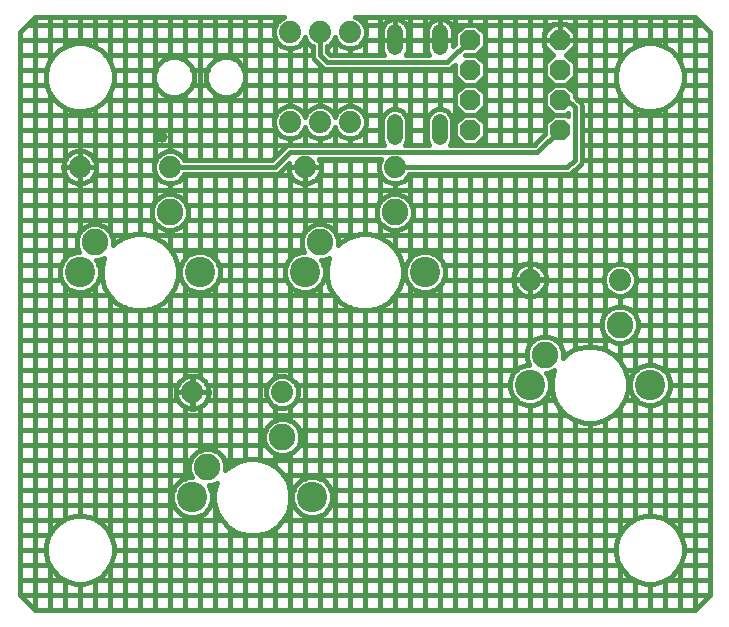
<source format=gbl>
G75*
G70*
%OFA0B0*%
%FSLAX24Y24*%
%IPPOS*%
%LPD*%
%AMOC8*
5,1,8,0,0,1.08239X$1,22.5*
%
%ADD10C,0.0886*%
%ADD11C,0.1012*%
%ADD12OC8,0.0680*%
%ADD13C,0.0740*%
%ADD14C,0.0520*%
%ADD15C,0.0160*%
%ADD16C,0.0396*%
D10*
X006430Y004930D03*
X008930Y005930D03*
X010180Y012430D03*
X012680Y013430D03*
X017680Y008680D03*
X020180Y009680D03*
X005180Y013430D03*
X002680Y012430D03*
D11*
X002180Y011430D03*
X006180Y011430D03*
X009680Y011430D03*
X013680Y011430D03*
X017180Y007680D03*
X021180Y007680D03*
X009930Y003930D03*
X005930Y003930D03*
D12*
X015180Y016180D03*
X015180Y017180D03*
X015180Y018180D03*
X015180Y019180D03*
X018180Y019180D03*
X018180Y018180D03*
X018180Y017180D03*
X018180Y016180D03*
D13*
X017180Y011180D03*
X020180Y011180D03*
X012680Y014930D03*
X011180Y016430D03*
X010180Y016430D03*
X009180Y016430D03*
X009680Y014930D03*
X005180Y014930D03*
X002180Y014930D03*
X009180Y019430D03*
X010180Y019430D03*
X011180Y019430D03*
X008930Y007430D03*
X005930Y007430D03*
D14*
X012680Y015920D02*
X012680Y016440D01*
X014180Y016440D02*
X014180Y015920D01*
X014180Y018920D02*
X014180Y019440D01*
X012680Y019440D02*
X012680Y018920D01*
D15*
X000680Y019930D02*
X000680Y000180D01*
X022680Y000180D01*
X022680Y019930D01*
X023180Y019430D01*
X023180Y000680D01*
X000180Y000680D01*
X000180Y019430D01*
X000180Y000680D01*
X000680Y000180D01*
X022680Y000180D01*
X023180Y000680D01*
X023180Y001180D02*
X021708Y001180D01*
X021680Y001164D02*
X021680Y000180D01*
X021180Y000180D02*
X021180Y001050D01*
X021031Y001050D02*
X021329Y001050D01*
X021616Y001127D01*
X021874Y001276D01*
X022084Y001486D01*
X022233Y001744D01*
X022310Y002031D01*
X022310Y002329D01*
X022233Y002616D01*
X022084Y002874D01*
X021874Y003084D01*
X021616Y003233D01*
X021329Y003310D01*
X021031Y003310D01*
X020744Y003233D01*
X020486Y003084D01*
X020276Y002874D01*
X020127Y002616D01*
X020050Y002329D01*
X020050Y002031D01*
X020127Y001744D01*
X020276Y001486D01*
X020486Y001276D01*
X020744Y001127D01*
X021031Y001050D01*
X020680Y001164D02*
X020680Y000180D01*
X020180Y000180D02*
X020180Y001652D01*
X020164Y001680D02*
X003196Y001680D01*
X003180Y001652D02*
X003180Y000180D01*
X002680Y000180D02*
X002680Y001164D01*
X002708Y001180D02*
X020652Y001180D01*
X020050Y002180D02*
X003310Y002180D01*
X003310Y002329D02*
X003233Y002616D01*
X003084Y002874D01*
X002874Y003084D01*
X002616Y003233D01*
X002329Y003310D01*
X002031Y003310D01*
X001744Y003233D01*
X001486Y003084D01*
X001276Y002874D01*
X001127Y002616D01*
X001050Y002329D01*
X001050Y002031D01*
X001127Y001744D01*
X001276Y001486D01*
X001486Y001276D01*
X001744Y001127D01*
X002031Y001050D01*
X002329Y001050D01*
X002616Y001127D01*
X002874Y001276D01*
X003084Y001486D01*
X003233Y001744D01*
X003310Y002031D01*
X003310Y002329D01*
X003196Y002680D02*
X007698Y002680D01*
X007680Y002685D02*
X007680Y000180D01*
X007180Y000180D02*
X007180Y002899D01*
X007152Y002916D02*
X007441Y002749D01*
X007763Y002663D01*
X008097Y002663D01*
X008419Y002749D01*
X008708Y002916D01*
X008944Y003152D01*
X009111Y003441D01*
X009197Y003763D01*
X009197Y004097D01*
X009111Y004419D01*
X008944Y004708D01*
X008708Y004944D01*
X008419Y005111D01*
X008097Y005197D01*
X007763Y005197D01*
X007441Y005111D01*
X007152Y004944D01*
X007033Y004825D01*
X007033Y005050D01*
X006941Y005272D01*
X006772Y005441D01*
X006550Y005533D01*
X006310Y005533D01*
X006088Y005441D01*
X005919Y005272D01*
X005827Y005050D01*
X005827Y004810D01*
X005916Y004596D01*
X005797Y004596D01*
X005553Y004495D01*
X005365Y004307D01*
X005264Y004063D01*
X005264Y003797D01*
X005365Y003553D01*
X005553Y003365D01*
X005797Y003264D01*
X006063Y003264D01*
X006307Y003365D01*
X006495Y003553D01*
X006596Y003797D01*
X006596Y004063D01*
X006495Y004307D01*
X006475Y004327D01*
X006550Y004327D01*
X006746Y004408D01*
X006663Y004097D01*
X006663Y003763D01*
X006749Y003441D01*
X006916Y003152D01*
X007152Y002916D01*
X006899Y003180D02*
X002708Y003180D01*
X002680Y003196D02*
X002680Y010988D01*
X002745Y011053D02*
X002846Y011297D01*
X002846Y011563D01*
X002745Y011807D01*
X002725Y011827D01*
X002800Y011827D01*
X002996Y011908D01*
X002913Y011597D01*
X002913Y011263D01*
X002999Y010941D01*
X003166Y010652D01*
X003402Y010416D01*
X003691Y010249D01*
X004013Y010163D01*
X004347Y010163D01*
X004669Y010249D01*
X004958Y010416D01*
X005194Y010652D01*
X005361Y010941D01*
X005447Y011263D01*
X005447Y011597D01*
X005361Y011919D01*
X005194Y012208D01*
X004958Y012444D01*
X004669Y012611D01*
X004347Y012697D01*
X004013Y012697D01*
X003691Y012611D01*
X003402Y012444D01*
X003283Y012325D01*
X003283Y012550D01*
X003191Y012772D01*
X003022Y012941D01*
X002800Y013033D01*
X002560Y013033D01*
X002338Y012941D01*
X002169Y012772D01*
X002077Y012550D01*
X002077Y012310D01*
X002166Y012096D01*
X002047Y012096D01*
X001803Y011995D01*
X001615Y011807D01*
X001514Y011563D01*
X001514Y011297D01*
X001615Y011053D01*
X001803Y010865D01*
X002047Y010764D01*
X002313Y010764D01*
X002557Y010865D01*
X002745Y011053D01*
X002798Y011180D02*
X002935Y011180D01*
X002935Y011680D02*
X002798Y011680D01*
X002131Y012180D02*
X000180Y012180D01*
X000180Y011680D02*
X001562Y011680D01*
X001680Y011872D02*
X001680Y014700D01*
X001670Y014719D02*
X001710Y014642D01*
X001760Y014572D01*
X001822Y014510D01*
X001892Y014460D01*
X001969Y014420D01*
X002051Y014394D01*
X002137Y014380D01*
X002171Y014380D01*
X002171Y014921D01*
X002189Y014921D01*
X002189Y014939D01*
X002730Y014939D01*
X002730Y014973D01*
X002716Y015059D01*
X002690Y015141D01*
X002650Y015218D01*
X002600Y015288D01*
X002538Y015350D01*
X002468Y015400D01*
X002391Y015440D01*
X002309Y015466D01*
X002223Y015480D01*
X002189Y015480D01*
X002189Y014939D01*
X002171Y014939D01*
X002171Y015480D01*
X002137Y015480D01*
X002051Y015466D01*
X001969Y015440D01*
X001892Y015400D01*
X001822Y015350D01*
X001760Y015288D01*
X001710Y015218D01*
X001670Y015141D01*
X001644Y015059D01*
X001630Y014973D01*
X001630Y014939D01*
X002171Y014939D01*
X002171Y014921D01*
X001630Y014921D01*
X001630Y014887D01*
X001644Y014801D01*
X001670Y014719D01*
X001690Y014680D02*
X000180Y014680D01*
X000180Y014180D02*
X023180Y014180D01*
X023180Y014680D02*
X013150Y014680D01*
X013154Y014690D02*
X018478Y014690D01*
X018566Y014727D01*
X018816Y014977D01*
X018883Y015044D01*
X018920Y015132D01*
X018920Y016978D01*
X018883Y017066D01*
X018680Y017269D01*
X018680Y018945D01*
X018700Y018965D02*
X018700Y019180D01*
X018700Y019395D01*
X018395Y019700D01*
X018180Y019700D01*
X018180Y019180D01*
X018180Y019930D01*
X018180Y019700D02*
X017965Y019700D01*
X017660Y019395D01*
X017660Y019180D01*
X018180Y019180D01*
X023180Y019180D01*
X022930Y019680D02*
X018415Y019680D01*
X018180Y019680D02*
X018180Y019680D01*
X018180Y019700D02*
X018180Y019180D01*
X018700Y019180D01*
X018180Y019180D01*
X018180Y019180D01*
X018180Y019180D01*
X015680Y019180D01*
X015680Y018973D02*
X015680Y019387D01*
X015387Y019680D01*
X014973Y019680D01*
X014680Y019387D01*
X014680Y019930D01*
X014516Y019727D02*
X014467Y019776D01*
X014411Y019816D01*
X014349Y019848D01*
X014283Y019869D01*
X014215Y019880D01*
X014180Y019880D01*
X014180Y019180D01*
X014180Y019930D01*
X014180Y019880D02*
X014145Y019880D01*
X014077Y019869D01*
X014011Y019848D01*
X013949Y019816D01*
X013893Y019776D01*
X013844Y019727D01*
X013804Y019671D01*
X013772Y019609D01*
X013751Y019543D01*
X013740Y019475D01*
X013740Y019180D01*
X014180Y019180D01*
X014680Y019180D01*
X014620Y019180D02*
X014620Y019475D01*
X014609Y019543D01*
X014588Y019609D01*
X014556Y019671D01*
X014516Y019727D01*
X014549Y019680D02*
X017945Y019680D01*
X017680Y019930D02*
X017680Y019415D01*
X017680Y019180D02*
X017680Y019180D01*
X017660Y019180D02*
X017660Y018965D01*
X017959Y018666D01*
X017680Y018387D01*
X017680Y018945D01*
X017660Y019180D02*
X018180Y019180D01*
X018180Y019180D01*
X018680Y019180D02*
X018680Y019180D01*
X018700Y018965D02*
X018401Y018666D01*
X018680Y018387D01*
X018680Y017973D01*
X018387Y017680D01*
X020077Y017680D01*
X020050Y017781D02*
X020127Y017494D01*
X020276Y017236D01*
X020486Y017026D01*
X020744Y016877D01*
X021031Y016800D01*
X021329Y016800D01*
X021616Y016877D01*
X021874Y017026D01*
X022084Y017236D01*
X022233Y017494D01*
X022310Y017781D01*
X022310Y018079D01*
X022233Y018366D01*
X022084Y018624D01*
X021874Y018834D01*
X021616Y018983D01*
X021329Y019060D01*
X021031Y019060D01*
X020744Y018983D01*
X020486Y018834D01*
X020276Y018624D01*
X020127Y018366D01*
X020050Y018079D01*
X020050Y017781D01*
X020077Y018180D02*
X018680Y018180D01*
X018415Y018680D02*
X020332Y018680D01*
X020180Y018458D02*
X020180Y019930D01*
X019680Y019930D02*
X019680Y011358D01*
X019650Y011285D02*
X019731Y011480D01*
X019880Y011629D01*
X020075Y011710D01*
X020285Y011710D01*
X020480Y011629D01*
X020629Y011480D01*
X020710Y011285D01*
X020710Y011075D01*
X020629Y010880D01*
X020480Y010731D01*
X020285Y010650D01*
X020075Y010650D01*
X019880Y010731D01*
X019731Y010880D01*
X019650Y011075D01*
X019650Y011285D01*
X019650Y011180D02*
X017189Y011180D01*
X017189Y011189D02*
X017730Y011189D01*
X017730Y011223D01*
X017716Y011309D01*
X017690Y011391D01*
X017650Y011468D01*
X017600Y011538D01*
X017538Y011600D01*
X017468Y011650D01*
X017391Y011690D01*
X017309Y011716D01*
X017223Y011730D01*
X017189Y011730D01*
X017189Y011189D01*
X017189Y011171D01*
X017730Y011171D01*
X017730Y011137D01*
X017716Y011051D01*
X017690Y010969D01*
X017650Y010892D01*
X017600Y010822D01*
X017538Y010760D01*
X017468Y010710D01*
X017391Y010670D01*
X017309Y010644D01*
X017223Y010630D01*
X017189Y010630D01*
X017189Y011171D01*
X017171Y011171D01*
X017171Y010630D01*
X017137Y010630D01*
X017051Y010644D01*
X016969Y010670D01*
X016892Y010710D01*
X016822Y010760D01*
X016760Y010822D01*
X016710Y010892D01*
X016670Y010969D01*
X016644Y011051D01*
X016630Y011137D01*
X016630Y011171D01*
X017171Y011171D01*
X017171Y011189D01*
X017171Y011730D01*
X017137Y011730D01*
X017051Y011716D01*
X016969Y011690D01*
X016892Y011650D01*
X016822Y011600D01*
X016760Y011538D01*
X016710Y011468D01*
X016670Y011391D01*
X016644Y011309D01*
X016630Y011223D01*
X016630Y011189D01*
X017171Y011189D01*
X017189Y011189D01*
X017180Y011189D02*
X017180Y014690D01*
X016680Y014690D02*
X016680Y011410D01*
X016680Y011189D02*
X016680Y011171D01*
X016680Y010950D02*
X016680Y008122D01*
X016738Y008180D02*
X000180Y008180D01*
X000180Y007680D02*
X005440Y007680D01*
X005460Y007718D02*
X005420Y007641D01*
X005394Y007559D01*
X005380Y007473D01*
X005380Y007439D01*
X005921Y007439D01*
X005921Y007980D01*
X005887Y007980D01*
X005801Y007966D01*
X005719Y007940D01*
X005642Y007900D01*
X005572Y007850D01*
X005510Y007788D01*
X005460Y007718D01*
X005680Y007920D02*
X005680Y010988D01*
X005615Y011053D02*
X005803Y010865D01*
X006047Y010764D01*
X006313Y010764D01*
X006557Y010865D01*
X006745Y011053D01*
X006846Y011297D01*
X006846Y011563D01*
X006745Y011807D01*
X006557Y011995D01*
X006313Y012096D01*
X006047Y012096D01*
X005803Y011995D01*
X005615Y011807D01*
X005514Y011563D01*
X005514Y011297D01*
X005615Y011053D01*
X005562Y011180D02*
X005425Y011180D01*
X005425Y011680D02*
X005562Y011680D01*
X005680Y011872D02*
X005680Y013077D01*
X005691Y013088D02*
X005783Y013310D01*
X005783Y013550D01*
X005691Y013772D01*
X005522Y013941D01*
X005300Y014033D01*
X005060Y014033D01*
X004838Y013941D01*
X004669Y013772D01*
X004577Y013550D01*
X004577Y013310D01*
X004669Y013088D01*
X004838Y012919D01*
X005060Y012827D01*
X005300Y012827D01*
X005522Y012919D01*
X005691Y013088D01*
X005729Y013180D02*
X012131Y013180D01*
X012169Y013088D02*
X012077Y013310D01*
X012077Y013550D01*
X012169Y013772D01*
X012338Y013941D01*
X012560Y014033D01*
X012800Y014033D01*
X013022Y013941D01*
X013191Y013772D01*
X013283Y013550D01*
X013283Y013310D01*
X013191Y013088D01*
X013022Y012919D01*
X012800Y012827D01*
X012560Y012827D01*
X012338Y012919D01*
X012169Y013088D01*
X012180Y013077D02*
X012180Y012605D01*
X012169Y012611D02*
X011847Y012697D01*
X011513Y012697D01*
X011191Y012611D01*
X010902Y012444D01*
X010783Y012325D01*
X010783Y012550D01*
X010691Y012772D01*
X010522Y012941D01*
X010300Y013033D01*
X010060Y013033D01*
X009838Y012941D01*
X009669Y012772D01*
X009577Y012550D01*
X009577Y012310D01*
X009666Y012096D01*
X009547Y012096D01*
X009303Y011995D01*
X009115Y011807D01*
X009014Y011563D01*
X009014Y011297D01*
X009115Y011053D01*
X009303Y010865D01*
X009547Y010764D01*
X009813Y010764D01*
X010057Y010865D01*
X010245Y011053D01*
X010346Y011297D01*
X010346Y011563D01*
X010245Y011807D01*
X010225Y011827D01*
X010300Y011827D01*
X010496Y011908D01*
X010413Y011597D01*
X010413Y011263D01*
X010499Y010941D01*
X010666Y010652D01*
X010902Y010416D01*
X011191Y010249D01*
X011513Y010163D01*
X011847Y010163D01*
X012169Y010249D01*
X012458Y010416D01*
X012694Y010652D01*
X012861Y010941D01*
X012947Y011263D01*
X012947Y011597D01*
X012861Y011919D01*
X012694Y012208D01*
X012458Y012444D01*
X012169Y012611D01*
X011912Y012680D02*
X023180Y012680D01*
X023180Y013180D02*
X013229Y013180D01*
X013180Y013077D02*
X013180Y011872D01*
X013115Y011807D02*
X013014Y011563D01*
X013014Y011297D01*
X013115Y011053D01*
X013303Y010865D01*
X013547Y010764D01*
X013813Y010764D01*
X014057Y010865D01*
X014245Y011053D01*
X014346Y011297D01*
X014346Y011563D01*
X014245Y011807D01*
X014057Y011995D01*
X013813Y012096D01*
X013547Y012096D01*
X013303Y011995D01*
X013115Y011807D01*
X013062Y011680D02*
X012925Y011680D01*
X012925Y011180D02*
X013062Y011180D01*
X013180Y010988D02*
X013180Y000180D01*
X012680Y000180D02*
X012680Y010638D01*
X012711Y010680D02*
X016950Y010680D01*
X017171Y010680D02*
X017189Y010680D01*
X017410Y010680D02*
X020002Y010680D01*
X020180Y010650D02*
X020180Y010283D01*
X020300Y010283D02*
X020060Y010283D01*
X019838Y010191D01*
X019669Y010022D01*
X019577Y009800D01*
X019577Y009560D01*
X019669Y009338D01*
X019838Y009169D01*
X020060Y009077D01*
X020300Y009077D01*
X020522Y009169D01*
X020691Y009338D01*
X020783Y009560D01*
X020783Y009800D01*
X020691Y010022D01*
X020522Y010191D01*
X020300Y010283D01*
X020533Y010180D02*
X023180Y010180D01*
X023180Y009680D02*
X020783Y009680D01*
X020680Y010033D02*
X020680Y011002D01*
X020710Y011180D02*
X023180Y011180D01*
X023180Y010680D02*
X020358Y010680D01*
X019827Y010180D02*
X011912Y010180D01*
X011680Y010163D02*
X011680Y000180D01*
X012180Y000180D02*
X012180Y010255D01*
X011448Y010180D02*
X004412Y010180D01*
X004180Y010163D02*
X004180Y000180D01*
X003680Y000180D02*
X003680Y010255D01*
X003948Y010180D02*
X000180Y010180D01*
X000180Y009680D02*
X019577Y009680D01*
X019680Y010033D02*
X019680Y011002D01*
X020002Y011680D02*
X017410Y011680D01*
X017189Y011680D02*
X017171Y011680D01*
X016950Y011680D02*
X014298Y011680D01*
X014180Y011872D02*
X014180Y014690D01*
X013680Y014690D02*
X013680Y012096D01*
X012711Y012180D02*
X023180Y012180D01*
X023180Y011680D02*
X020358Y011680D01*
X020180Y011710D02*
X020180Y017402D01*
X020332Y017180D02*
X018769Y017180D01*
X018680Y017269D02*
X018680Y017387D01*
X018387Y017680D01*
X017973Y017680D01*
X015387Y017680D01*
X014973Y017680D01*
X007654Y017680D01*
X007680Y017743D02*
X007680Y015170D01*
X007680Y014690D02*
X007680Y005175D01*
X007698Y005180D02*
X006979Y005180D01*
X007180Y004961D02*
X007180Y014690D01*
X007180Y015170D02*
X007180Y017274D01*
X007177Y017273D02*
X007418Y017373D01*
X007603Y017558D01*
X007703Y017799D01*
X007703Y018061D01*
X007603Y018302D01*
X007418Y018487D01*
X007177Y018587D01*
X006915Y018587D01*
X006674Y018487D01*
X006489Y018302D01*
X006389Y018061D01*
X006389Y017799D01*
X006489Y017558D01*
X006674Y017373D01*
X006915Y017273D01*
X007177Y017273D01*
X006680Y017370D02*
X006680Y015170D01*
X006680Y014690D02*
X006680Y011872D01*
X006798Y011680D02*
X009062Y011680D01*
X009180Y011872D02*
X009180Y014700D01*
X009170Y014719D02*
X009210Y014642D01*
X009260Y014572D01*
X009322Y014510D01*
X009392Y014460D01*
X009469Y014420D01*
X009551Y014394D01*
X009637Y014380D01*
X009671Y014380D01*
X009671Y014921D01*
X009689Y014921D01*
X009689Y014939D01*
X010230Y014939D01*
X010230Y014973D01*
X010216Y015059D01*
X010190Y015141D01*
X010165Y015190D01*
X012214Y015190D01*
X012150Y015035D01*
X012150Y014825D01*
X012231Y014630D01*
X012380Y014481D01*
X012575Y014400D01*
X012785Y014400D01*
X012980Y014481D01*
X013129Y014630D01*
X013154Y014690D01*
X013180Y014690D02*
X013180Y013783D01*
X013229Y013680D02*
X023180Y013680D01*
X023180Y015180D02*
X018920Y015180D01*
X018680Y015180D02*
X018680Y016930D01*
X018430Y017180D01*
X018180Y017180D01*
X018180Y016680D02*
X018180Y016680D01*
X018387Y016680D02*
X017973Y016680D01*
X015387Y016680D01*
X015680Y016973D01*
X015680Y017387D01*
X015387Y017680D01*
X015680Y017973D01*
X015680Y018387D01*
X015387Y018680D01*
X017945Y018680D01*
X017680Y018387D02*
X017680Y017973D01*
X017680Y017387D01*
X017680Y016973D01*
X017680Y016387D01*
X017680Y016019D01*
X017331Y015670D01*
X014524Y015670D01*
X014536Y015682D01*
X014600Y015836D01*
X014600Y016524D01*
X014536Y016678D01*
X014418Y016796D01*
X014264Y016860D01*
X014096Y016860D01*
X013942Y016796D01*
X013824Y016678D01*
X013760Y016524D01*
X013760Y015836D01*
X013824Y015682D01*
X013836Y015670D01*
X013024Y015670D01*
X013036Y015682D01*
X013100Y015836D01*
X013100Y016524D01*
X013036Y016678D01*
X012918Y016796D01*
X012764Y016860D01*
X012596Y016860D01*
X012442Y016796D01*
X012324Y016678D01*
X012260Y016524D01*
X012260Y015836D01*
X012324Y015682D01*
X012336Y015670D01*
X009132Y015670D01*
X009044Y015633D01*
X008977Y015566D01*
X008581Y015170D01*
X005654Y015170D01*
X005629Y015230D01*
X005480Y015379D01*
X005285Y015460D01*
X005075Y015460D01*
X004880Y015379D01*
X004731Y015230D01*
X004650Y015035D01*
X004650Y014825D01*
X004731Y014630D01*
X004880Y014481D01*
X005075Y014400D01*
X005285Y014400D01*
X005480Y014481D01*
X005629Y014630D01*
X005654Y014690D01*
X008728Y014690D01*
X008816Y014727D01*
X009143Y015053D01*
X009130Y014973D01*
X009130Y014939D01*
X009671Y014939D01*
X009671Y014921D01*
X009130Y014921D01*
X009130Y014887D01*
X009144Y014801D01*
X009170Y014719D01*
X009190Y014680D02*
X005650Y014680D01*
X005680Y014690D02*
X005680Y013783D01*
X005729Y013680D02*
X012131Y013680D01*
X012180Y013783D02*
X012180Y014752D01*
X012210Y014680D02*
X010170Y014680D01*
X010180Y014700D02*
X010180Y013033D01*
X009680Y012783D02*
X009680Y014921D01*
X009689Y014921D02*
X009689Y014380D01*
X009723Y014380D01*
X009809Y014394D01*
X009891Y014420D01*
X009968Y014460D01*
X010038Y014510D01*
X010100Y014572D01*
X010150Y014642D01*
X010190Y014719D01*
X010216Y014801D01*
X010230Y014887D01*
X010230Y014921D01*
X009689Y014921D01*
X009671Y014680D02*
X009689Y014680D01*
X010180Y014921D02*
X010180Y014939D01*
X010180Y015160D02*
X010180Y015190D01*
X010170Y015180D02*
X012210Y015180D01*
X012180Y015190D02*
X012180Y015108D01*
X011680Y015190D02*
X011680Y012697D01*
X011448Y012680D02*
X010729Y012680D01*
X010680Y012783D02*
X010680Y015190D01*
X010680Y015670D02*
X010680Y016252D01*
X010731Y016130D01*
X010880Y015981D01*
X011075Y015900D01*
X011285Y015900D01*
X011480Y015981D01*
X011629Y016130D01*
X011710Y016325D01*
X011710Y016535D01*
X011629Y016730D01*
X011480Y016879D01*
X011285Y016960D01*
X011075Y016960D01*
X010880Y016879D01*
X010731Y016730D01*
X010680Y016608D01*
X010680Y018190D01*
X010382Y018190D02*
X014478Y018190D01*
X014566Y018227D01*
X014633Y018294D01*
X014680Y018341D01*
X014680Y017973D01*
X014680Y017387D01*
X014680Y016973D01*
X014680Y016387D01*
X014680Y015973D01*
X014680Y015670D01*
X014534Y015680D02*
X014973Y015680D01*
X015387Y015680D01*
X017341Y015680D01*
X017180Y015670D02*
X017180Y019930D01*
X016680Y019930D02*
X016680Y015670D01*
X016180Y015670D02*
X016180Y019930D01*
X015680Y019930D02*
X015680Y015670D01*
X015387Y015680D02*
X015680Y015973D01*
X015680Y016387D01*
X015387Y016680D01*
X014973Y016680D01*
X014534Y016680D01*
X014680Y016973D02*
X014973Y016680D01*
X014680Y016387D01*
X014680Y016180D02*
X014600Y016180D01*
X014680Y015973D02*
X014973Y015680D01*
X015180Y015670D02*
X015180Y015680D01*
X015680Y016180D02*
X017680Y016180D01*
X017680Y016387D02*
X017973Y016680D01*
X018387Y016680D01*
X018440Y016680D01*
X018440Y016627D02*
X018387Y016680D01*
X018440Y016733D01*
X018440Y016627D01*
X017973Y016680D02*
X017680Y016973D01*
X017680Y017180D02*
X015680Y017180D01*
X015387Y016680D02*
X014973Y016680D01*
X015180Y016680D02*
X015180Y016680D01*
X014680Y017180D02*
X003028Y017180D01*
X003084Y017236D02*
X002874Y017026D01*
X002616Y016877D01*
X002329Y016800D01*
X002031Y016800D01*
X001744Y016877D01*
X001486Y017026D01*
X001276Y017236D01*
X001127Y017494D01*
X001050Y017781D01*
X001050Y018079D01*
X001127Y018366D01*
X001276Y018624D01*
X001486Y018834D01*
X001744Y018983D01*
X002031Y019060D01*
X002329Y019060D01*
X002616Y018983D01*
X002874Y018834D01*
X003084Y018624D01*
X003233Y018366D01*
X003310Y018079D01*
X003310Y017781D01*
X003233Y017494D01*
X003084Y017236D01*
X003180Y017402D02*
X003180Y012783D01*
X003229Y012680D02*
X003948Y012680D01*
X004180Y012697D02*
X004180Y019930D01*
X003680Y019930D02*
X003680Y012605D01*
X004412Y012680D02*
X009631Y012680D01*
X009631Y012180D02*
X005211Y012180D01*
X005180Y012222D02*
X005180Y012827D01*
X004680Y012605D02*
X004680Y013077D01*
X004631Y013180D02*
X000180Y013180D01*
X000180Y012680D02*
X002131Y012680D01*
X002180Y012783D02*
X002180Y014921D01*
X002189Y014921D02*
X002189Y014380D01*
X002223Y014380D01*
X002309Y014394D01*
X002391Y014420D01*
X002468Y014460D01*
X002538Y014510D01*
X002600Y014572D01*
X002650Y014642D01*
X002690Y014719D01*
X002716Y014801D01*
X002730Y014887D01*
X002730Y014921D01*
X002189Y014921D01*
X002180Y014939D02*
X002180Y016800D01*
X001680Y016914D02*
X001680Y015160D01*
X001690Y015180D02*
X000180Y015180D01*
X000180Y015680D02*
X012326Y015680D01*
X012180Y015670D02*
X012180Y018190D01*
X012180Y018670D02*
X012180Y019930D01*
X012344Y019727D02*
X012304Y019671D01*
X012272Y019609D01*
X012251Y019543D01*
X012240Y019475D01*
X012240Y019180D01*
X012680Y019180D01*
X012680Y019930D01*
X012680Y019880D02*
X012645Y019880D01*
X012577Y019869D01*
X012511Y019848D01*
X012449Y019816D01*
X012393Y019776D01*
X012344Y019727D01*
X012311Y019680D02*
X011650Y019680D01*
X011629Y019730D02*
X011480Y019879D01*
X011358Y019930D01*
X022680Y019930D01*
X022180Y019930D02*
X022180Y018458D01*
X022028Y018680D02*
X023180Y018680D01*
X023180Y018180D02*
X022283Y018180D01*
X022283Y017680D02*
X023180Y017680D01*
X023180Y017180D02*
X022028Y017180D01*
X022180Y017402D02*
X022180Y002708D01*
X022196Y002680D02*
X023180Y002680D01*
X023180Y002180D02*
X022310Y002180D01*
X022196Y001680D02*
X023180Y001680D01*
X022180Y001652D02*
X022180Y000180D01*
X019680Y000180D02*
X019680Y006505D01*
X019669Y006499D02*
X019958Y006666D01*
X020194Y006902D01*
X020361Y007191D01*
X020447Y007513D01*
X020447Y007847D01*
X020361Y008169D01*
X020194Y008458D01*
X019958Y008694D01*
X019669Y008861D01*
X019347Y008947D01*
X019013Y008947D01*
X018691Y008861D01*
X018402Y008694D01*
X018283Y008575D01*
X018283Y008800D01*
X018191Y009022D01*
X018022Y009191D01*
X017800Y009283D01*
X017560Y009283D01*
X017338Y009191D01*
X017169Y009022D01*
X017077Y008800D01*
X017077Y008560D01*
X017166Y008346D01*
X017047Y008346D01*
X016803Y008245D01*
X016615Y008057D01*
X016514Y007813D01*
X016514Y007547D01*
X016615Y007303D01*
X016803Y007115D01*
X017047Y007014D01*
X017313Y007014D01*
X017557Y007115D01*
X017745Y007303D01*
X017846Y007547D01*
X017846Y007813D01*
X017745Y008057D01*
X017725Y008077D01*
X017800Y008077D01*
X017996Y008158D01*
X017913Y007847D01*
X017913Y007513D01*
X017999Y007191D01*
X018166Y006902D01*
X018402Y006666D01*
X018691Y006499D01*
X019013Y006413D01*
X019347Y006413D01*
X019669Y006499D01*
X019972Y006680D02*
X023180Y006680D01*
X023180Y006180D02*
X009479Y006180D01*
X009441Y006272D02*
X009272Y006441D01*
X009050Y006533D01*
X008810Y006533D01*
X008588Y006441D01*
X008419Y006272D01*
X008327Y006050D01*
X008327Y005810D01*
X008419Y005588D01*
X008588Y005419D01*
X008810Y005327D01*
X009050Y005327D01*
X009272Y005419D01*
X009441Y005588D01*
X009533Y005810D01*
X009533Y006050D01*
X009441Y006272D01*
X009180Y006479D02*
X009180Y006960D01*
X009230Y006981D02*
X009379Y007130D01*
X009460Y007325D01*
X009460Y007535D01*
X009379Y007730D01*
X009230Y007879D01*
X009035Y007960D01*
X008825Y007960D01*
X008630Y007879D01*
X008481Y007730D01*
X008400Y007535D01*
X008400Y007325D01*
X008481Y007130D01*
X008630Y006981D01*
X008825Y006900D01*
X009035Y006900D01*
X009230Y006981D01*
X009400Y007180D02*
X016738Y007180D01*
X016680Y007238D02*
X016680Y000180D01*
X016180Y000180D02*
X016180Y014690D01*
X015680Y014690D02*
X015680Y000180D01*
X015180Y000180D02*
X015180Y014690D01*
X014680Y014690D02*
X014680Y000180D01*
X014180Y000180D02*
X014180Y010988D01*
X014298Y011180D02*
X017171Y011180D01*
X017180Y011171D02*
X017180Y009033D01*
X017327Y009180D02*
X000180Y009180D01*
X000180Y008680D02*
X017077Y008680D01*
X017680Y009283D02*
X017680Y010950D01*
X017680Y011171D02*
X017680Y011189D01*
X017680Y011410D02*
X017680Y014690D01*
X018180Y014690D02*
X018180Y009033D01*
X018033Y009180D02*
X019827Y009180D01*
X019680Y009327D02*
X019680Y008855D01*
X019972Y008680D02*
X023180Y008680D01*
X023180Y008180D02*
X021622Y008180D01*
X021680Y008122D02*
X021680Y016914D01*
X021180Y016800D02*
X021180Y008346D01*
X021313Y008346D02*
X021047Y008346D01*
X020803Y008245D01*
X020615Y008057D01*
X020514Y007813D01*
X020514Y007547D01*
X020615Y007303D01*
X020803Y007115D01*
X021047Y007014D01*
X021313Y007014D01*
X021557Y007115D01*
X021745Y007303D01*
X021846Y007547D01*
X021846Y007813D01*
X021745Y008057D01*
X021557Y008245D01*
X021313Y008346D01*
X020738Y008180D02*
X020355Y008180D01*
X020680Y008122D02*
X020680Y009327D01*
X020533Y009180D02*
X023180Y009180D01*
X023180Y007680D02*
X021846Y007680D01*
X021680Y007238D02*
X021680Y003196D01*
X021708Y003180D02*
X023180Y003180D01*
X023180Y003680D02*
X010548Y003680D01*
X010596Y003797D02*
X010495Y003553D01*
X010307Y003365D01*
X010063Y003264D01*
X009797Y003264D01*
X009553Y003365D01*
X009365Y003553D01*
X009264Y003797D01*
X009264Y004063D01*
X009365Y004307D01*
X009553Y004495D01*
X009797Y004596D01*
X010063Y004596D01*
X010307Y004495D01*
X010495Y004307D01*
X010596Y004063D01*
X010596Y003797D01*
X010548Y004180D02*
X023180Y004180D01*
X023180Y004680D02*
X008961Y004680D01*
X008680Y004961D02*
X008680Y005381D01*
X008381Y005680D02*
X000180Y005680D01*
X000180Y006180D02*
X008381Y006180D01*
X008680Y006479D02*
X008680Y006960D01*
X008460Y007180D02*
X006420Y007180D01*
X006400Y007142D02*
X006440Y007219D01*
X006466Y007301D01*
X006480Y007387D01*
X006480Y007421D01*
X005939Y007421D01*
X005939Y007439D01*
X006480Y007439D01*
X006480Y007473D01*
X006466Y007559D01*
X006440Y007641D01*
X006400Y007718D01*
X006350Y007788D01*
X006288Y007850D01*
X006218Y007900D01*
X006141Y007940D01*
X006059Y007966D01*
X005973Y007980D01*
X005939Y007980D01*
X005939Y007439D01*
X005921Y007439D01*
X005921Y007421D01*
X005939Y007421D01*
X005939Y006880D01*
X005973Y006880D01*
X006059Y006894D01*
X006141Y006920D01*
X006218Y006960D01*
X006288Y007010D01*
X006350Y007072D01*
X006400Y007142D01*
X006180Y006940D02*
X006180Y005479D01*
X005881Y005180D02*
X000180Y005180D01*
X000180Y004680D02*
X005881Y004680D01*
X005680Y004548D02*
X005680Y006940D01*
X005642Y006960D02*
X005719Y006920D01*
X005801Y006894D01*
X005887Y006880D01*
X005921Y006880D01*
X005921Y007421D01*
X005380Y007421D01*
X005380Y007387D01*
X005394Y007301D01*
X005420Y007219D01*
X005460Y007142D01*
X005510Y007072D01*
X005572Y007010D01*
X005642Y006960D01*
X005440Y007180D02*
X000180Y007180D01*
X000180Y006680D02*
X018388Y006680D01*
X018180Y006888D02*
X018180Y000180D01*
X017680Y000180D02*
X017680Y007238D01*
X017622Y007180D02*
X018005Y007180D01*
X017913Y007680D02*
X017846Y007680D01*
X017180Y007014D02*
X017180Y000180D01*
X018680Y000180D02*
X018680Y006505D01*
X019180Y006413D02*
X019180Y000180D01*
X020164Y002680D02*
X008162Y002680D01*
X008180Y002685D02*
X008180Y000180D01*
X008680Y000180D02*
X008680Y002899D01*
X008961Y003180D02*
X020652Y003180D01*
X020680Y003196D02*
X020680Y007238D01*
X020738Y007180D02*
X020355Y007180D01*
X020180Y006888D02*
X020180Y002708D01*
X021180Y003310D02*
X021180Y007014D01*
X021622Y007180D02*
X023180Y007180D01*
X023180Y005680D02*
X009479Y005680D01*
X009180Y005381D02*
X009180Y004162D01*
X009175Y004180D02*
X009312Y004180D01*
X009680Y004548D02*
X009680Y010764D01*
X009180Y010988D02*
X009180Y007900D01*
X009400Y007680D02*
X016514Y007680D01*
X018283Y008680D02*
X018388Y008680D01*
X018680Y008855D02*
X018680Y014841D01*
X018430Y014930D02*
X018680Y015180D01*
X018430Y014930D02*
X012680Y014930D01*
X012680Y014400D02*
X012680Y014033D01*
X012680Y012827D02*
X012680Y012222D01*
X011180Y012605D02*
X011180Y015190D01*
X011180Y015670D02*
X011180Y015900D01*
X011650Y016180D02*
X012260Y016180D01*
X012326Y016680D02*
X011650Y016680D01*
X011680Y016608D02*
X011680Y018190D01*
X011680Y018670D02*
X011680Y019252D01*
X011650Y019180D02*
X012680Y019180D01*
X014180Y019180D01*
X014180Y019180D01*
X014620Y019180D01*
X014180Y019180D01*
X014180Y019180D01*
X014180Y019180D01*
X014180Y019880D01*
X014180Y019680D02*
X014180Y019680D01*
X013811Y019680D02*
X013049Y019680D01*
X013056Y019671D02*
X013016Y019727D01*
X012967Y019776D01*
X012911Y019816D01*
X012849Y019848D01*
X012783Y019869D01*
X012715Y019880D01*
X012680Y019880D01*
X012680Y019180D01*
X012680Y019180D01*
X013120Y019180D01*
X013120Y019475D01*
X013109Y019543D01*
X013088Y019609D01*
X013056Y019671D01*
X013180Y019930D02*
X013180Y018670D01*
X013088Y018751D02*
X013109Y018817D01*
X013120Y018885D01*
X013120Y019180D01*
X012680Y019180D01*
X012680Y019180D01*
X012680Y019180D01*
X012680Y019880D01*
X012680Y019680D02*
X012680Y019680D01*
X012680Y019180D02*
X012240Y019180D01*
X012240Y018885D01*
X012251Y018817D01*
X012272Y018751D01*
X012304Y018689D01*
X012318Y018670D01*
X010529Y018670D01*
X010420Y018779D01*
X010420Y018956D01*
X010480Y018981D01*
X010629Y019130D01*
X010680Y019252D01*
X010680Y018670D01*
X010519Y018680D02*
X012310Y018680D01*
X012680Y018190D02*
X012680Y016860D01*
X013034Y016680D02*
X013826Y016680D01*
X014180Y016860D02*
X014180Y018190D01*
X014430Y018430D02*
X010430Y018430D01*
X010180Y018680D01*
X010180Y019430D01*
X010680Y019252D02*
X010731Y019130D01*
X010880Y018981D01*
X011075Y018900D01*
X011285Y018900D01*
X011480Y018981D01*
X011629Y019130D01*
X011710Y019325D01*
X011710Y019535D01*
X011629Y019730D01*
X011680Y019608D02*
X011680Y019930D01*
X011180Y018900D02*
X011180Y018670D01*
X011180Y018190D02*
X011180Y016960D01*
X010710Y016680D02*
X010650Y016680D01*
X010629Y016730D02*
X010480Y016879D01*
X010285Y016960D01*
X010075Y016960D01*
X009880Y016879D01*
X009731Y016730D01*
X009680Y016608D01*
X009680Y019252D01*
X009731Y019130D01*
X009880Y018981D01*
X009940Y018956D01*
X009940Y018632D01*
X009977Y018544D01*
X010044Y018477D01*
X010294Y018227D01*
X010382Y018190D01*
X010180Y018341D02*
X010180Y016960D01*
X010629Y016730D02*
X010680Y016608D01*
X010680Y016252D02*
X010629Y016130D01*
X010480Y015981D01*
X010285Y015900D01*
X010075Y015900D01*
X009880Y015981D01*
X009731Y016130D01*
X009680Y016252D01*
X009680Y015670D01*
X009480Y015981D02*
X009285Y015900D01*
X009075Y015900D01*
X008880Y015981D01*
X008731Y016130D01*
X008650Y016325D01*
X008650Y016535D01*
X008731Y016730D01*
X008880Y016879D01*
X009075Y016960D01*
X009285Y016960D01*
X009480Y016879D01*
X009629Y016730D01*
X009680Y016608D01*
X009650Y016680D02*
X009710Y016680D01*
X009680Y016252D02*
X009629Y016130D01*
X009480Y015981D01*
X009650Y016180D02*
X009710Y016180D01*
X010180Y015900D02*
X010180Y015670D01*
X010650Y016180D02*
X010710Y016180D01*
X011680Y016252D02*
X011680Y015670D01*
X013034Y015680D02*
X013826Y015680D01*
X013680Y015670D02*
X013680Y018190D01*
X013680Y018670D02*
X013680Y019930D01*
X013740Y019180D02*
X013740Y018885D01*
X013751Y018817D01*
X013772Y018751D01*
X013804Y018689D01*
X013818Y018670D01*
X013042Y018670D01*
X013056Y018689D01*
X013088Y018751D01*
X013049Y018680D02*
X013810Y018680D01*
X014430Y018430D02*
X015180Y019180D01*
X015180Y019680D02*
X015180Y019930D01*
X014680Y019387D02*
X014680Y019019D01*
X014620Y018959D01*
X014620Y019180D01*
X014180Y019180D02*
X013740Y019180D01*
X013180Y018190D02*
X013180Y015670D01*
X013100Y016180D02*
X013760Y016180D01*
X014680Y017387D02*
X014973Y017680D01*
X015387Y017680D01*
X015180Y017680D02*
X015180Y017680D01*
X014973Y017680D02*
X014680Y017973D01*
X014680Y018180D02*
X007654Y018180D01*
X007680Y018117D02*
X007680Y019930D01*
X007180Y019930D02*
X007180Y018586D01*
X006680Y018490D02*
X006680Y019930D01*
X006180Y019930D02*
X006180Y015170D01*
X006180Y014690D02*
X006180Y012096D01*
X006798Y011180D02*
X009062Y011180D01*
X010180Y010988D02*
X010180Y004548D01*
X009312Y003680D02*
X009175Y003680D01*
X009180Y003698D02*
X009180Y000180D01*
X009680Y000180D02*
X009680Y003312D01*
X010180Y003312D02*
X010180Y000180D01*
X010680Y000180D02*
X010680Y010638D01*
X010649Y010680D02*
X005211Y010680D01*
X005180Y010638D02*
X005180Y000180D01*
X004680Y000180D02*
X004680Y010255D01*
X006180Y010764D02*
X006180Y007920D01*
X006420Y007680D02*
X008460Y007680D01*
X008680Y007900D02*
X008680Y014690D01*
X008680Y014930D02*
X009180Y015430D01*
X017430Y015430D01*
X018180Y016180D01*
X018920Y016180D02*
X023180Y016180D01*
X023180Y015680D02*
X018920Y015680D01*
X018920Y016680D02*
X023180Y016680D01*
X020680Y016914D02*
X020680Y011358D01*
X020180Y009077D02*
X020180Y008472D01*
X020447Y007680D02*
X020514Y007680D01*
X019180Y008947D02*
X019180Y019930D01*
X018680Y019930D02*
X018680Y019415D01*
X017680Y018180D02*
X015680Y018180D01*
X015387Y018680D02*
X015019Y018680D01*
X015019Y018680D01*
X015387Y018680D01*
X015680Y018973D01*
X015180Y018680D02*
X015180Y018680D01*
X017680Y017973D02*
X017973Y017680D01*
X017680Y017387D01*
X017973Y017680D02*
X018387Y017680D01*
X018180Y017680D02*
X018180Y017680D01*
X020680Y018946D02*
X020680Y019930D01*
X021180Y019930D02*
X021180Y019060D01*
X021680Y018946D02*
X021680Y019930D01*
X013680Y010764D02*
X013680Y000180D01*
X011180Y000180D02*
X011180Y010255D01*
X010435Y011180D02*
X010298Y011180D01*
X010298Y011680D02*
X010435Y011680D01*
X008180Y014690D02*
X008180Y005175D01*
X008162Y005180D02*
X023180Y005180D01*
X009180Y014921D02*
X009180Y014939D01*
X008680Y014930D02*
X005180Y014930D01*
X005180Y014400D02*
X005180Y014033D01*
X004680Y013783D02*
X004680Y014752D01*
X004710Y014680D02*
X002670Y014680D01*
X002680Y014700D02*
X002680Y013033D01*
X002189Y014680D02*
X002171Y014680D01*
X002171Y015180D02*
X002189Y015180D01*
X002670Y015180D02*
X004710Y015180D01*
X004680Y015108D02*
X004680Y017743D01*
X004657Y017799D02*
X004657Y018061D01*
X004757Y018302D01*
X004942Y018487D01*
X005183Y018587D01*
X005445Y018587D01*
X005686Y018487D01*
X005871Y018302D01*
X005971Y018061D01*
X005971Y017799D01*
X005871Y017558D01*
X005686Y017373D01*
X005445Y017273D01*
X005183Y017273D01*
X004942Y017373D01*
X004757Y017558D01*
X004657Y017799D01*
X004706Y017680D02*
X003283Y017680D01*
X003283Y018180D02*
X004706Y018180D01*
X004680Y018117D02*
X004680Y019930D01*
X005180Y019930D02*
X005180Y018586D01*
X005680Y018490D02*
X005680Y019930D01*
X005922Y018180D02*
X006438Y018180D01*
X006438Y017680D02*
X005922Y017680D01*
X005680Y017370D02*
X005680Y015170D01*
X005650Y015180D02*
X008591Y015180D01*
X008680Y015269D02*
X008680Y016252D01*
X008710Y016180D02*
X000180Y016180D01*
X000180Y016680D02*
X008710Y016680D01*
X008680Y016608D02*
X008680Y019252D01*
X008710Y019180D02*
X000180Y019180D01*
X000180Y019430D02*
X000680Y019930D01*
X009002Y019930D01*
X008880Y019879D01*
X008731Y019730D01*
X008650Y019535D01*
X008650Y019325D01*
X008731Y019130D01*
X008880Y018981D01*
X009075Y018900D01*
X009285Y018900D01*
X009480Y018981D01*
X009629Y019130D01*
X009680Y019252D01*
X009650Y019180D02*
X009710Y019180D01*
X009180Y018900D02*
X009180Y016960D01*
X009180Y015900D02*
X009180Y015670D01*
X008180Y015170D02*
X008180Y019930D01*
X008680Y019930D02*
X008680Y019608D01*
X008710Y019680D02*
X000430Y019680D01*
X001180Y019930D02*
X001180Y018458D01*
X001332Y018680D02*
X000180Y018680D01*
X000180Y018180D02*
X001077Y018180D01*
X001077Y017680D02*
X000180Y017680D01*
X000180Y017180D02*
X001332Y017180D01*
X001180Y017402D02*
X001180Y002708D01*
X001164Y002680D02*
X000180Y002680D01*
X000180Y002180D02*
X001050Y002180D01*
X001164Y001680D02*
X000180Y001680D01*
X000180Y001180D02*
X001652Y001180D01*
X001680Y001164D02*
X001680Y000180D01*
X001180Y000180D02*
X001180Y001652D01*
X002180Y001050D02*
X002180Y000180D01*
X003180Y002708D02*
X003180Y010638D01*
X003149Y010680D02*
X000180Y010680D01*
X000180Y011180D02*
X001562Y011180D01*
X001680Y010988D02*
X001680Y003196D01*
X001652Y003180D02*
X000180Y003180D01*
X000180Y003680D02*
X005312Y003680D01*
X005680Y003312D02*
X005680Y000180D01*
X006180Y000180D02*
X006180Y003312D01*
X006548Y003680D02*
X006685Y003680D01*
X006680Y003698D02*
X006680Y000180D01*
X006680Y004162D02*
X006680Y004381D01*
X006685Y004180D02*
X006548Y004180D01*
X005312Y004180D02*
X000180Y004180D01*
X002180Y003310D02*
X002180Y010764D01*
X000180Y013680D02*
X004631Y013680D01*
X002680Y014921D02*
X002680Y014939D01*
X002680Y015160D02*
X002680Y016914D01*
X003180Y018458D02*
X003180Y019930D01*
X002680Y019930D02*
X002680Y018946D01*
X003028Y018680D02*
X009940Y018680D01*
X010650Y019180D02*
X010710Y019180D01*
X005180Y017274D02*
X005180Y015460D01*
X004930Y015930D02*
X004680Y015930D01*
X001680Y014939D02*
X001680Y014921D01*
X001680Y018946D02*
X001680Y019930D01*
X002180Y019930D02*
X002180Y019060D01*
X006680Y010988D02*
X006680Y005479D01*
X005939Y007180D02*
X005921Y007180D01*
X005680Y007421D02*
X005680Y007439D01*
X005921Y007680D02*
X005939Y007680D01*
X006180Y007439D02*
X006180Y007421D01*
D16*
X004930Y015930D03*
M02*

</source>
